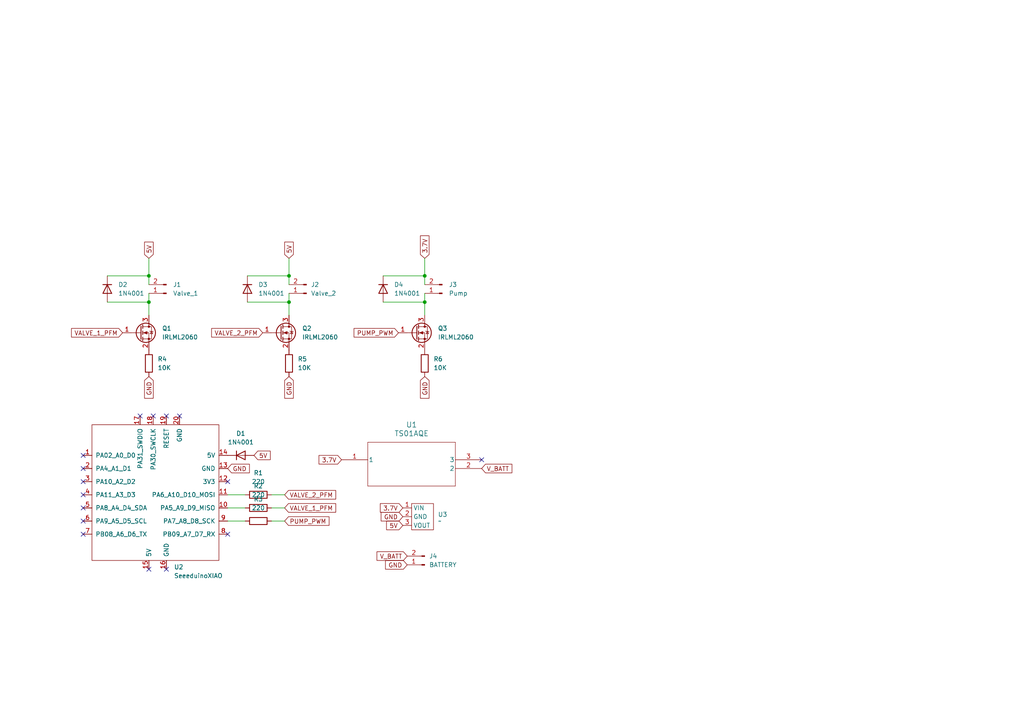
<source format=kicad_sch>
(kicad_sch (version 20250114) (generator "eeschema") (generator_version "9.0")
  (paper "A4")
  (lib_symbols
    (symbol "Connector:Conn_01x02_Pin" (pin_names (offset 1.016) (hide yes))
      (property "Reference" "J" (at 0 2.54 0))
      (property "Value" "Conn_01x02_Pin" (at 0 -5.08 0))
      (symbol "Conn_01x02_Pin_1_1"
        (rectangle (start 0.8636 0.127) (end 0 -0.127) (stroke (width 0.1524)) (fill (type outline)))
        (rectangle (start 0.8636 -2.413) (end 0 -2.667) (stroke (width 0.1524)) (fill (type outline)))
        (polyline (pts (xy 1.27 0) (xy 0.8636 0)) (stroke (width 0.1524)))
        (polyline (pts (xy 1.27 -2.54) (xy 0.8636 -2.54)) (stroke (width 0.1524)))
        (pin passive line (at 5.08 0 180) (length 3.81) (name "Pin_1") (number "1"))
        (pin passive line (at 5.08 -2.54 180) (length 3.81) (name "Pin_2") (number "2"))
      )
    )
    (symbol "Device:R" (pin_numbers (hide yes)) (pin_names (offset 0))
      (property "Reference" "R" (at 2.032 0 90))
      (property "Value" "R" (at 0 0 90))
      (symbol "R_0_1"
        (rectangle (start -1.016 -2.54) (end 1.016 2.54) (stroke (width 0.254)))
      )
      (symbol "R_1_1"
        (pin passive line (at 0 3.81 270) (length 1.27) (name "~") (number "1"))
        (pin passive line (at 0 -3.81 90) (length 1.27) (name "~") (number "2"))
      )
    )
    (symbol "Diode:1N4001" (pin_numbers (hide yes)) (pin_names (hide yes))
      (property "Reference" "D" (at 0 2.54 0))
      (property "Value" "1N4001" (at 0 -2.54 0))
      (symbol "1N4001_0_1"
        (polyline (pts (xy -1.27 1.27) (xy -1.27 -1.27)) (stroke (width 0.254)))
        (polyline (pts (xy 1.27 1.27) (xy 1.27 -1.27) (xy -1.27 0) (xy 1.27 1.27)) (stroke (width 0.254)))
        (polyline (pts (xy 1.27 0) (xy -1.27 0)))
      )
      (symbol "1N4001_1_1"
        (pin passive line (at -3.81 0 0) (length 2.54) (name "K") (number "1"))
        (pin passive line (at 3.81 0 180) (length 2.54) (name "A") (number "2"))
      )
    )
    (symbol "Pneumatactors:TS01AQE" (pin_names (offset 0.254))
      (property "Reference" "U" (at 20.32 10.16 0))
      (property "Value" "TS01AQE" (at 20.32 7.62 0))
      (symbol "TS01AQE_0_1"
        (polyline (pts (xy 7.62 5.08) (xy 7.62 -7.62)) (stroke (width 0.127)))
        (polyline (pts (xy 7.62 -7.62) (xy 33.02 -7.62)) (stroke (width 0.127)))
        (polyline (pts (xy 33.02 5.08) (xy 7.62 5.08)) (stroke (width 0.127)))
        (polyline (pts (xy 33.02 -7.62) (xy 33.02 5.08)) (stroke (width 0.127)))
        (pin unspecified line (at 0 0 0) (length 7.62) (name "1") (number "1"))
        (pin unspecified line (at 40.64 0 180) (length 7.62) (name "3") (number "3"))
        (pin unspecified line (at 40.64 -2.54 180) (length 7.62) (name "2") (number "2"))
      )
    )
    (symbol "Pololu 5V Step-Up Voltage Regulator U1V10F5:U1V10F5"
      (property "Reference" "U" (at 0 0 0))
      (symbol "U1V10F5_0_1"
        (rectangle (start -1.27 8.89) (end 5.08 1.27))
      )
      (symbol "U1V10F5_1_1"
        (pin input line (at -3.81 7.62 0) (length 2.54) (name "VIN") (number "1"))
        (pin input line (at -3.81 5.08 0) (length 2.54) (name "GND") (number "2"))
        (pin input line (at -3.81 2.54 0) (length 2.54) (name "VOUT") (number "3"))
      )
    )
    (symbol "Transistor_FET:IRLML2060" (pin_names (hide yes))
      (property "Reference" "Q" (at 5.08 1.905 0))
      (property "Value" "IRLML2060" (at 5.08 0 0))
      (symbol "IRLML2060_0_1"
        (polyline (pts (xy 0.254 1.905) (xy 0.254 -1.905)) (stroke (width 0.254)))
        (polyline (pts (xy 0.254 0) (xy -2.54 0)))
        (polyline (pts (xy 0.762 2.286) (xy 0.762 1.27)) (stroke (width 0.254)))
        (polyline (pts (xy 0.762 0.508) (xy 0.762 -0.508)) (stroke (width 0.254)))
        (polyline (pts (xy 0.762 -1.27) (xy 0.762 -2.286)) (stroke (width 0.254)))
        (polyline (pts (xy 0.762 -1.778) (xy 3.302 -1.778) (xy 3.302 1.778) (xy 0.762 1.778)))
        (polyline (pts (xy 1.016 0) (xy 2.032 0.381) (xy 2.032 -0.381) (xy 1.016 0)) (fill (type outline)))
        (circle (center 1.651 0) (radius 2.794) (stroke (width 0.254)))
        (polyline (pts (xy 2.54 2.54) (xy 2.54 1.778)))
        (circle (center 2.54 1.778) (radius 0.254) (fill (type outline)))
        (circle (center 2.54 -1.778) (radius 0.254) (fill (type outline)))
        (polyline (pts (xy 2.54 -2.54) (xy 2.54 0) (xy 0.762 0)))
        (polyline (pts (xy 2.794 0.508) (xy 2.921 0.381) (xy 3.683 0.381) (xy 3.81 0.254)))
        (polyline (pts (xy 3.302 0.381) (xy 2.921 -0.254) (xy 3.683 -0.254) (xy 3.302 0.381)))
      )
      (symbol "IRLML2060_1_1"
        (pin input line (at -5.08 0 0) (length 2.54) (name "G") (number "1"))
        (pin passive line (at 2.54 5.08 270) (length 2.54) (name "D") (number "3"))
        (pin passive line (at 2.54 -5.08 90) (length 2.54) (name "S") (number "2"))
      )
    )
    (symbol "Xiao:SeeeduinoXIAO" (pin_names (offset 1.016))
      (property "Reference" "U" (at -19.05 22.86 0))
      (property "Value" "SeeeduinoXIAO" (at -12.7 21.59 0))
      (symbol "SeeeduinoXIAO_0_1"
        (rectangle (start -19.05 20.32) (end 17.78 -19.05))
      )
      (symbol "SeeeduinoXIAO_1_1"
        (pin unspecified line (at -21.59 11.43 0) (length 2.54) (name "PA02_A0_D0") (number "1"))
        (pin unspecified line (at -21.59 7.62 0) (length 2.54) (name "PA4_A1_D1") (number "2"))
        (pin unspecified line (at -21.59 3.81 0) (length 2.54) (name "PA10_A2_D2") (number "3"))
        (pin unspecified line (at -21.59 0 0) (length 2.54) (name "PA11_A3_D3") (number "4"))
        (pin unspecified line (at -21.59 -3.81 0) (length 2.54) (name "PA8_A4_D4_SDA") (number "5"))
        (pin unspecified line (at -21.59 -7.62 0) (length 2.54) (name "PA9_A5_D5_SCL") (number "6"))
        (pin unspecified line (at -21.59 -11.43 0) (length 2.54) (name "PB08_A6_D6_TX") (number "7"))
        (pin input line (at -5.08 22.86 270) (length 2.54) (name "PA31_SWDIO") (number "17"))
        (pin input line (at -2.54 -21.59 90) (length 2.54) (name "5V") (number "15"))
        (pin input line (at -1.27 22.86 270) (length 2.54) (name "PA30_SWCLK") (number "18"))
        (pin input line (at 2.54 22.86 270) (length 2.54) (name "RESET") (number "19"))
        (pin input line (at 2.54 -21.59 90) (length 2.54) (name "GND") (number "16"))
        (pin input line (at 6.35 22.86 270) (length 2.54) (name "GND") (number "20"))
        (pin unspecified line (at 20.32 11.43 180) (length 2.54) (name "5V") (number "14"))
        (pin unspecified line (at 20.32 7.62 180) (length 2.54) (name "GND") (number "13"))
        (pin unspecified line (at 20.32 3.81 180) (length 2.54) (name "3V3") (number "12"))
        (pin unspecified line (at 20.32 0 180) (length 2.54) (name "PA6_A10_D10_MOSI") (number "11"))
        (pin unspecified line (at 20.32 -3.81 180) (length 2.54) (name "PA5_A9_D9_MISO") (number "10"))
        (pin unspecified line (at 20.32 -7.62 180) (length 2.54) (name "PA7_A8_D8_SCK") (number "9"))
        (pin unspecified line (at 20.32 -11.43 180) (length 2.54) (name "PB09_A7_D7_RX") (number "8"))
      )
    )
  )
  (junction (at 123.19 87.63))
  (junction (at 83.82 80.01))
  (junction (at 43.18 87.63))
  (junction (at 123.19 80.01))
  (junction (at 43.18 80.01))
  (junction (at 83.82 87.63))
  (no_connect (at 24.13 132.08))
  (no_connect (at 66.04 154.94))
  (no_connect (at 139.7 133.35))
  (no_connect (at 66.04 139.7))
  (no_connect (at 24.13 154.94))
  (no_connect (at 24.13 147.32))
  (no_connect (at 24.13 151.13))
  (no_connect (at 52.07 120.65))
  (no_connect (at 48.26 165.1))
  (no_connect (at 24.13 143.51))
  (no_connect (at 44.45 120.65))
  (no_connect (at 24.13 139.7))
  (no_connect (at 48.26 120.65))
  (no_connect (at 40.64 120.65))
  (no_connect (at 24.13 135.89))
  (no_connect (at 43.18 165.1))
  (wire (pts (xy 82.55 147.32) (xy 78.74 147.32)))
  (wire (pts (xy 43.18 87.63) (xy 43.18 91.44)))
  (wire (pts (xy 123.19 87.63) (xy 123.19 91.44)))
  (wire (pts (xy 43.18 85.09) (xy 43.18 87.63)))
  (wire (pts (xy 82.55 151.13) (xy 78.74 151.13)))
  (wire (pts (xy 83.82 74.93) (xy 83.82 80.01)))
  (wire (pts (xy 31.115 80.01) (xy 43.18 80.01)))
  (wire (pts (xy 83.82 80.01) (xy 83.82 82.55)))
  (wire (pts (xy 111.125 80.01) (xy 123.19 80.01)))
  (wire (pts (xy 31.115 87.63) (xy 43.18 87.63)))
  (wire (pts (xy 83.82 87.63) (xy 83.82 91.44)))
  (wire (pts (xy 43.18 74.93) (xy 43.18 80.01)))
  (wire (pts (xy 71.755 80.01) (xy 83.82 80.01)))
  (wire (pts (xy 82.55 143.51) (xy 78.74 143.51)))
  (wire (pts (xy 123.19 74.93) (xy 123.19 80.01)))
  (wire (pts (xy 123.19 80.01) (xy 123.19 82.55)))
  (wire (pts (xy 71.12 143.51) (xy 66.04 143.51)))
  (wire (pts (xy 43.18 80.01) (xy 43.18 82.55)))
  (wire (pts (xy 123.19 85.09) (xy 123.19 87.63)))
  (wire (pts (xy 71.755 87.63) (xy 83.82 87.63)))
  (wire (pts (xy 83.82 85.09) (xy 83.82 87.63)))
  (wire (pts (xy 111.125 87.63) (xy 123.19 87.63)))
  (wire (pts (xy 71.12 147.32) (xy 66.04 147.32)))
  (wire (pts (xy 71.12 151.13) (xy 66.04 151.13)))
  (global_label "VALVE_2_PFM" (shape input) (at 76.2 96.52 180) (property "Intersheetrefs" "${INTERSHEET_REFS}" (effects (hide yes))))
  (global_label "3.7V" (shape input) (at 99.06 133.35 180) (property "Intersheetrefs" "${INTERSHEET_REFS}" (effects (hide yes))))
  (global_label "VALVE_2_PFM" (shape input) (at 82.55 143.51 0) (property "Intersheetrefs" "${INTERSHEET_REFS}" (effects (hide yes))))
  (global_label "5V" (shape input) (at 83.82 74.93 90) (property "Intersheetrefs" "${INTERSHEET_REFS}" (effects (hide yes))))
  (global_label "5V" (shape input) (at 73.66 132.08 0) (property "Intersheetrefs" "${INTERSHEET_REFS}" (effects (hide yes))))
  (global_label "VALVE_1_PFM" (shape input) (at 35.56 96.52 180) (property "Intersheetrefs" "${INTERSHEET_REFS}" (effects (hide yes))))
  (global_label "V_BATT" (shape input) (at 139.7 135.89 0) (property "Intersheetrefs" "${INTERSHEET_REFS}" (effects (hide yes))))
  (global_label "GND" (shape input) (at 118.11 163.83 180) (property "Intersheetrefs" "${INTERSHEET_REFS}" (effects (hide yes))))
  (global_label "V_BATT" (shape input) (at 118.11 161.29 180) (property "Intersheetrefs" "${INTERSHEET_REFS}" (effects (hide yes))))
  (global_label "PUMP_PWM" (shape input) (at 115.57 96.52 180) (property "Intersheetrefs" "${INTERSHEET_REFS}" (effects (hide yes))))
  (global_label "5V" (shape input) (at 43.18 74.93 90) (property "Intersheetrefs" "${INTERSHEET_REFS}" (effects (hide yes))))
  (global_label "PUMP_PWM" (shape input) (at 82.55 151.13 0) (property "Intersheetrefs" "${INTERSHEET_REFS}" (effects (hide yes))))
  (global_label "GND" (shape input) (at 83.82 109.22 270) (property "Intersheetrefs" "${INTERSHEET_REFS}" (effects (hide yes))))
  (global_label "5V" (shape input) (at 116.84 152.4 180) (property "Intersheetrefs" "${INTERSHEET_REFS}" (effects (hide yes))))
  (global_label "GND" (shape input) (at 66.04 135.89 0) (property "Intersheetrefs" "${INTERSHEET_REFS}" (effects (hide yes))))
  (global_label "GND" (shape input) (at 43.18 109.22 270) (property "Intersheetrefs" "${INTERSHEET_REFS}" (effects (hide yes))))
  (global_label "GND" (shape input) (at 123.19 109.22 270) (property "Intersheetrefs" "${INTERSHEET_REFS}" (effects (hide yes))))
  (global_label "3.7V" (shape input) (at 116.84 147.32 180) (property "Intersheetrefs" "${INTERSHEET_REFS}" (effects (hide yes))))
  (global_label "VALVE_1_PFM" (shape input) (at 82.55 147.32 0) (property "Intersheetrefs" "${INTERSHEET_REFS}" (effects (hide yes))))
  (global_label "GND" (shape input) (at 116.84 149.86 180) (property "Intersheetrefs" "${INTERSHEET_REFS}" (effects (hide yes))))
  (global_label "3.7V" (shape input) (at 123.19 74.93 90) (property "Intersheetrefs" "${INTERSHEET_REFS}" (effects (hide yes))))
  (symbol (lib_id "Transistor_FET:IRLML2060") (at 40.64 96.52 0) (unit 1)
    (property "Reference" "Q1" (at 46.99 95.25 0) (effects (justify left)))
    (property "Value" "IRLML2060" (at 46.99 97.79 0) (effects (justify left)))
    (property "Footprint" "Package_TO_SOT_SMD:SOT-23" (effects (hide yes)))
    (property "Datasheet" "https://www.infineon.com/dgdl/irlml2060pbf.pdf?fileId=5546d462533600a401535664b7fb25ee" (effects (hide yes)))
  )
  (symbol (lib_id "Pololu 5V Step-Up Voltage Regulator U1V10F5:U1V10F5") (at 120.65 154.94 0) (unit 1)
    (property "Reference" "U3" (at 127 149.2249 0) (effects (justify left)))
    (property "Value" "~" (at 127 151.13 0) (effects (justify left)))
    (property "Footprint" "Pneumatactors:Pololu 2564 Step Up" (effects (hide yes)))
  )
  (symbol (lib_id "Connector:Conn_01x02_Pin") (at 128.27 85.09 180) (unit 1)
    (property "Reference" "J3" (at 130.175 82.5499 0) (effects (justify right)))
    (property "Value" "Pump" (at 130.175 85.0899 0) (effects (justify right)))
    (property "Footprint" "Connector_JST:JST_PH_S2B-PH-SM4-TB_1x02-1MP_P2.00mm_Horizontal" (effects (hide yes)))
  )
  (symbol (lib_id "Xiao:SeeeduinoXIAO") (at 45.72 143.51 0) (unit 1)
    (property "Reference" "U2" (at 50.4541 164.465 0) (effects (justify left)))
    (property "Value" "SeeeduinoXIAO" (at 50.4541 167.005 0) (effects (justify left)))
    (property "Footprint" "XIAO-ESP32S3:XIAO-ESP32S3-SMD" (effects (hide yes)))
  )
  (symbol (lib_id "Device:R") (at 74.93 143.51 90) (unit 1)
    (property "Reference" "R1" (at 74.93 137.16 90))
    (property "Value" "220" (at 74.93 139.7 90))
    (property "Footprint" "Resistor_SMD:R_1206_3216Metric_Pad1.30x1.75mm_HandSolder" (effects (hide yes)))
    (property "Description" "Resistor" (effects (hide yes)))
  )
  (symbol (lib_id "Device:R") (at 74.93 147.32 90) (unit 1)
    (property "Reference" "R2" (at 74.93 140.97 90))
    (property "Value" "220" (at 74.93 143.51 90))
    (property "Footprint" "Resistor_SMD:R_1206_3216Metric_Pad1.30x1.75mm_HandSolder" (effects (hide yes)))
    (property "Description" "Resistor" (effects (hide yes)))
  )
  (symbol (lib_id "Diode:1N4001") (at 69.85 132.08 0) (unit 1)
    (property "Reference" "D1" (at 69.85 125.73 0))
    (property "Value" "1N4001" (at 69.85 128.27 0))
    (property "Footprint" "Diode_SMD:D_SOD-123F" (effects (hide yes)))
    (property "Datasheet" "http://www.vishay.com/docs/88503/1n4001.pdf" (effects (hide yes)))
    (property "Sim.Device" "D" (effects (hide yes)))
    (property "Sim.Pins" "1=K 2=A" (effects (hide yes)))
  )
  (symbol (lib_id "Device:R") (at 83.82 105.41 180) (unit 1)
    (property "Reference" "R5" (at 86.36 104.1399 0) (effects (justify right)))
    (property "Value" "10K" (at 86.36 106.6799 0) (effects (justify right)))
    (property "Footprint" "Resistor_SMD:R_1206_3216Metric_Pad1.30x1.75mm_HandSolder" (effects (hide yes)))
    (property "Description" "Resistor" (effects (hide yes)))
  )
  (symbol (lib_id "Transistor_FET:IRLML2060") (at 81.28 96.52 0) (unit 1)
    (property "Reference" "Q2" (at 87.63 95.25 0) (effects (justify left)))
    (property "Value" "IRLML2060" (at 87.63 97.79 0) (effects (justify left)))
    (property "Footprint" "Package_TO_SOT_SMD:SOT-23" (effects (hide yes)))
    (property "Datasheet" "https://www.infineon.com/dgdl/irlml2060pbf.pdf?fileId=5546d462533600a401535664b7fb25ee" (effects (hide yes)))
  )
  (symbol (lib_id "Transistor_FET:IRLML2060") (at 120.65 96.52 0) (unit 1)
    (property "Reference" "Q3" (at 127 95.25 0) (effects (justify left)))
    (property "Value" "IRLML2060" (at 127 97.79 0) (effects (justify left)))
    (property "Footprint" "Package_TO_SOT_SMD:SOT-23" (effects (hide yes)))
    (property "Datasheet" "https://www.infineon.com/dgdl/irlml2060pbf.pdf?fileId=5546d462533600a401535664b7fb25ee" (effects (hide yes)))
  )
  (symbol (lib_id "Device:R") (at 123.19 105.41 180) (unit 1)
    (property "Reference" "R6" (at 125.73 104.1399 0) (effects (justify right)))
    (property "Value" "10K" (at 125.73 106.6799 0) (effects (justify right)))
    (property "Footprint" "Resistor_SMD:R_1206_3216Metric_Pad1.30x1.75mm_HandSolder" (effects (hide yes)))
    (property "Description" "Resistor" (effects (hide yes)))
  )
  (symbol (lib_id "Device:R") (at 43.18 105.41 180) (unit 1)
    (property "Reference" "R4" (at 45.72 104.1399 0) (effects (justify right)))
    (property "Value" "10K" (at 45.72 106.6799 0) (effects (justify right)))
    (property "Footprint" "Resistor_SMD:R_1206_3216Metric_Pad1.30x1.75mm_HandSolder" (effects (hide yes)))
    (property "Description" "Resistor" (effects (hide yes)))
  )
  (symbol (lib_id "Diode:1N4001") (at 111.125 83.82 270) (unit 1)
    (property "Reference" "D4" (at 114.3 82.55 90) (effects (justify left)))
    (property "Value" "1N4001" (at 114.3 85.09 90) (effects (justify left)))
    (property "Footprint" "Diode_SMD:D_SOD-123F" (effects (hide yes)))
    (property "Datasheet" "http://www.vishay.com/docs/88503/1n4001.pdf" (effects (hide yes)))
    (property "Sim.Device" "D" (effects (hide yes)))
    (property "Sim.Pins" "1=K 2=A" (effects (hide yes)))
  )
  (symbol (lib_id "Device:R") (at 74.93 151.13 90) (unit 1)
    (property "Reference" "R3" (at 74.93 144.78 90))
    (property "Value" "220" (at 74.93 147.32 90))
    (property "Footprint" "Resistor_SMD:R_1206_3216Metric_Pad1.30x1.75mm_HandSolder" (effects (hide yes)))
    (property "Description" "Resistor" (effects (hide yes)))
  )
  (symbol (lib_id "Connector:Conn_01x02_Pin") (at 123.19 163.83 180) (unit 1)
    (property "Reference" "J4" (at 124.46 161.2899 0) (effects (justify right)))
    (property "Value" "BATTERY" (at 124.46 163.8299 0) (effects (justify right)))
    (property "Footprint" "Connector_JST:JST_PH_S2B-PH-SM4-TB_1x02-1MP_P2.00mm_Horizontal" (effects (hide yes)))
    (property "Description" "Generic connector, single row, 01x02, script generated" (effects (hide yes)))
  )
  (symbol (lib_id "Pneumatactors:TS01AQE") (at 99.06 133.35 0) (unit 1)
    (property "Reference" "U1" (at 119.38 123.19 0) (effects (font (size 1.524 1.524))))
    (property "Value" "TS01AQE" (at 119.38 125.73 0) (effects (font (size 1.524 1.524))))
    (property "Footprint" "Pneumatactors:SW3_TS01A" (effects (hide yes)))
    (property "Datasheet" "TS01AQE" (effects (hide yes)))
  )
  (symbol (lib_id "Diode:1N4001") (at 71.755 83.82 270) (unit 1)
    (property "Reference" "D3" (at 74.93 82.55 90) (effects (justify left)))
    (property "Value" "1N4001" (at 74.93 85.09 90) (effects (justify left)))
    (property "Footprint" "Diode_SMD:D_SOD-123F" (effects (hide yes)))
    (property "Datasheet" "http://www.vishay.com/docs/88503/1n4001.pdf" (effects (hide yes)))
    (property "Sim.Device" "D" (effects (hide yes)))
    (property "Sim.Pins" "1=K 2=A" (effects (hide yes)))
  )
  (symbol (lib_id "Diode:1N4001") (at 31.115 83.82 270) (unit 1)
    (property "Reference" "D2" (at 34.29 82.55 90) (effects (justify left)))
    (property "Value" "1N4001" (at 34.29 85.09 90) (effects (justify left)))
    (property "Footprint" "Diode_SMD:D_SOD-123F" (effects (hide yes)))
    (property "Datasheet" "http://www.vishay.com/docs/88503/1n4001.pdf" (effects (hide yes)))
    (property "Sim.Device" "D" (effects (hide yes)))
    (property "Sim.Pins" "1=K 2=A" (effects (hide yes)))
  )
  (symbol (lib_id "Connector:Conn_01x02_Pin") (at 48.26 85.09 180) (unit 1)
    (property "Reference" "J1" (at 50.165 82.55 0) (effects (justify right)))
    (property "Value" "Valve_1" (at 50.165 85.09 0) (effects (justify right)))
    (property "Footprint" "Connector_JST:JST_PH_S2B-PH-SM4-TB_1x02-1MP_P2.00mm_Horizontal" (effects (hide yes)))
  )
  (symbol (lib_id "Connector:Conn_01x02_Pin") (at 88.9 85.09 180) (unit 1)
    (property "Reference" "J2" (at 90.17 82.55 0) (effects (justify right)))
    (property "Value" "Valve_2" (at 90.17 85.09 0) (effects (justify right)))
    (property "Footprint" "Connector_JST:JST_PH_S2B-PH-SM4-TB_1x02-1MP_P2.00mm_Horizontal" (effects (hide yes)))
  )
)
</source>
